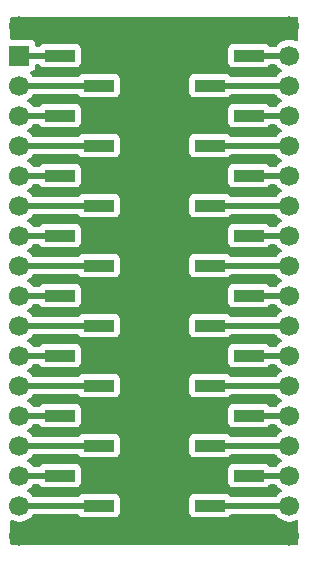
<source format=gbl>
G04 #@! TF.GenerationSoftware,KiCad,Pcbnew,9.0.6*
G04 #@! TF.CreationDate,2026-01-02T20:46:07-06:00*
G04 #@! TF.ProjectId,QFN-32_5x5_P0.5,51464e2d-3332-45f3-9578-355f50302e35,rev?*
G04 #@! TF.SameCoordinates,Original*
G04 #@! TF.FileFunction,Copper,L2,Bot*
G04 #@! TF.FilePolarity,Positive*
%FSLAX46Y46*%
G04 Gerber Fmt 4.6, Leading zero omitted, Abs format (unit mm)*
G04 Created by KiCad (PCBNEW 9.0.6) date 2026-01-02 20:46:07*
%MOMM*%
%LPD*%
G01*
G04 APERTURE LIST*
G04 Aperture macros list*
%AMRotRect*
0 Rectangle, with rotation*
0 The origin of the aperture is its center*
0 $1 length*
0 $2 width*
0 $3 Rotation angle, in degrees counterclockwise*
0 Add horizontal line*
21,1,$1,$2,0,0,$3*%
G04 Aperture macros list end*
G04 #@! TA.AperFunction,HeatsinkPad*
%ADD10C,0.500000*%
G04 #@! TD*
G04 #@! TA.AperFunction,HeatsinkPad*
%ADD11RotRect,2.500000X2.500000X315.000000*%
G04 #@! TD*
G04 #@! TA.AperFunction,ComponentPad*
%ADD12C,1.700000*%
G04 #@! TD*
G04 #@! TA.AperFunction,ComponentPad*
%ADD13R,1.700000X1.700000*%
G04 #@! TD*
G04 #@! TA.AperFunction,SMDPad,CuDef*
%ADD14R,2.510000X1.000000*%
G04 #@! TD*
G04 #@! TA.AperFunction,ViaPad*
%ADD15C,0.600000*%
G04 #@! TD*
G04 #@! TA.AperFunction,Conductor*
%ADD16C,0.500000*%
G04 #@! TD*
G04 APERTURE END LIST*
D10*
X138430000Y-119235786D03*
X137722893Y-119942893D03*
X137015786Y-120650000D03*
X139137107Y-119942893D03*
X138430000Y-120650000D03*
D11*
X138430000Y-120650000D03*
D10*
X137722893Y-121357107D03*
X139844214Y-120650000D03*
X139137107Y-121357107D03*
X138430000Y-122064214D03*
D12*
X127000000Y-99061642D03*
D13*
X127000000Y-101601642D03*
D12*
X127000000Y-104141642D03*
X127000000Y-106681642D03*
X127000000Y-109221642D03*
X127000000Y-111761642D03*
X127000000Y-114301642D03*
X127000000Y-116841642D03*
X127000000Y-119381642D03*
X127000000Y-121921642D03*
X127000000Y-124461642D03*
X127000000Y-127001642D03*
X127000000Y-129541642D03*
X127000000Y-132081642D03*
X127000000Y-134621642D03*
X127000000Y-137161642D03*
X127000000Y-139701642D03*
X127000000Y-142241642D03*
X149860000Y-99061642D03*
X149860000Y-101601642D03*
X149860000Y-104141642D03*
X149860000Y-106681642D03*
X149860000Y-109221642D03*
X149860000Y-111761642D03*
X149860000Y-114301642D03*
X149860000Y-116841642D03*
X149860000Y-119381642D03*
X149860000Y-121921642D03*
X149860000Y-124461642D03*
X149860000Y-127001642D03*
X149860000Y-129541642D03*
X149860000Y-132081642D03*
X149860000Y-134621642D03*
X149860000Y-137161642D03*
X149860000Y-139701642D03*
X149860000Y-142241642D03*
D14*
X133735000Y-99056642D03*
X130425000Y-101596642D03*
X133735000Y-104136642D03*
X130425000Y-106676642D03*
X133735000Y-109216642D03*
X130425000Y-111756642D03*
X133735000Y-114296642D03*
X130425000Y-116836642D03*
X133735000Y-119376642D03*
X130425000Y-121916642D03*
X133735000Y-124456642D03*
X130425000Y-126996642D03*
X133735000Y-129536642D03*
X130425000Y-132076642D03*
X133735000Y-134616642D03*
X130425000Y-137156642D03*
X133735000Y-139696642D03*
X130425000Y-142236642D03*
X143125000Y-99056642D03*
X146435000Y-101596642D03*
X143125000Y-104136642D03*
X146435000Y-106676642D03*
X143125000Y-109216642D03*
X146435000Y-111756642D03*
X143125000Y-114296642D03*
X146435000Y-116836642D03*
X143125000Y-119376642D03*
X146435000Y-121916642D03*
X143125000Y-124456642D03*
X146435000Y-126996642D03*
X143125000Y-129536642D03*
X146435000Y-132076642D03*
X143125000Y-134616642D03*
X146435000Y-137156642D03*
X143125000Y-139696642D03*
X146435000Y-142236642D03*
D15*
X138430000Y-105029000D03*
X138430000Y-139065000D03*
X138430000Y-115951000D03*
X138430000Y-125349000D03*
D16*
X143125000Y-114296642D02*
X149855000Y-114296642D01*
X149855000Y-114296642D02*
X149860000Y-114301642D01*
X133730000Y-124461642D02*
X133735000Y-124456642D01*
X127000000Y-124461642D02*
X133730000Y-124461642D01*
X127005000Y-106676642D02*
X127000000Y-106681642D01*
X130425000Y-106676642D02*
X127005000Y-106676642D01*
X133730000Y-114301642D02*
X133735000Y-114296642D01*
X127000000Y-114301642D02*
X133730000Y-114301642D01*
X127000000Y-119381642D02*
X133730000Y-119381642D01*
X133730000Y-119381642D02*
X133735000Y-119376642D01*
X127005000Y-101596642D02*
X127000000Y-101601642D01*
X130425000Y-101596642D02*
X127005000Y-101596642D01*
X143125000Y-104136642D02*
X149855000Y-104136642D01*
X149855000Y-104136642D02*
X149860000Y-104141642D01*
X130425000Y-116836642D02*
X127005000Y-116836642D01*
X127005000Y-116836642D02*
X127000000Y-116841642D01*
X149860000Y-111761642D02*
X146440000Y-111761642D01*
X146440000Y-111761642D02*
X146435000Y-111756642D01*
X127000000Y-104141642D02*
X133730000Y-104141642D01*
X133730000Y-104141642D02*
X133735000Y-104136642D01*
X149860000Y-101601642D02*
X146440000Y-101601642D01*
X146440000Y-101601642D02*
X146435000Y-101596642D01*
X146440000Y-121921642D02*
X146435000Y-121916642D01*
X149860000Y-121921642D02*
X146440000Y-121921642D01*
X143125000Y-124456642D02*
X149855000Y-124456642D01*
X149855000Y-124456642D02*
X149860000Y-124461642D01*
X143125000Y-134616642D02*
X149855000Y-134616642D01*
X149855000Y-134616642D02*
X149860000Y-134621642D01*
X149860000Y-132081642D02*
X146440000Y-132081642D01*
X146440000Y-132081642D02*
X146435000Y-132076642D01*
X146440000Y-137161642D02*
X146435000Y-137156642D01*
X149860000Y-137161642D02*
X146440000Y-137161642D01*
X127005000Y-121916642D02*
X127000000Y-121921642D01*
X130425000Y-121916642D02*
X127005000Y-121916642D01*
X133730000Y-134621642D02*
X133735000Y-134616642D01*
X127000000Y-134621642D02*
X133730000Y-134621642D01*
X146440000Y-116841642D02*
X146435000Y-116836642D01*
X149860000Y-116841642D02*
X146440000Y-116841642D01*
X143125000Y-129536642D02*
X149855000Y-129536642D01*
X149855000Y-129536642D02*
X149860000Y-129541642D01*
X133730000Y-139701642D02*
X133735000Y-139696642D01*
X127000000Y-139701642D02*
X133730000Y-139701642D01*
X149855000Y-109216642D02*
X149860000Y-109221642D01*
X143125000Y-109216642D02*
X149855000Y-109216642D01*
X127005000Y-137156642D02*
X127000000Y-137161642D01*
X130425000Y-137156642D02*
X127005000Y-137156642D01*
X143125000Y-119376642D02*
X149855000Y-119376642D01*
X149855000Y-119376642D02*
X149860000Y-119381642D01*
X149860000Y-106681642D02*
X146440000Y-106681642D01*
X146440000Y-106681642D02*
X146435000Y-106676642D01*
X149860000Y-142241642D02*
X127000000Y-142241642D01*
X127000000Y-99061642D02*
X149860000Y-99061642D01*
X143125000Y-139696642D02*
X149855000Y-139696642D01*
X149855000Y-139696642D02*
X149860000Y-139701642D01*
X130425000Y-111756642D02*
X127005000Y-111756642D01*
X127005000Y-111756642D02*
X127000000Y-111761642D01*
X133730000Y-109221642D02*
X133735000Y-109216642D01*
X127000000Y-109221642D02*
X133730000Y-109221642D01*
X127005000Y-132076642D02*
X127000000Y-132081642D01*
X130425000Y-132076642D02*
X127005000Y-132076642D01*
X127000000Y-129541642D02*
X133730000Y-129541642D01*
X133730000Y-129541642D02*
X133735000Y-129536642D01*
X127005000Y-126996642D02*
X127000000Y-127001642D01*
X130425000Y-126996642D02*
X127005000Y-126996642D01*
X149860000Y-127001642D02*
X146440000Y-127001642D01*
X146440000Y-127001642D02*
X146435000Y-126996642D01*
G04 #@! TA.AperFunction,Conductor*
G36*
X150572539Y-98310185D02*
G01*
X150618294Y-98362989D01*
X150629500Y-98414500D01*
X150629500Y-100275670D01*
X150609815Y-100342709D01*
X150557011Y-100388464D01*
X150487853Y-100398408D01*
X150449206Y-100386155D01*
X150378417Y-100350087D01*
X150378414Y-100350086D01*
X150378412Y-100350085D01*
X150176243Y-100284396D01*
X150176241Y-100284395D01*
X150176240Y-100284395D01*
X150014957Y-100258850D01*
X149966287Y-100251142D01*
X149753713Y-100251142D01*
X149705042Y-100258850D01*
X149543760Y-100284395D01*
X149341585Y-100350086D01*
X149152179Y-100446593D01*
X148980213Y-100571532D01*
X148829892Y-100721853D01*
X148773097Y-100800027D01*
X148717767Y-100842693D01*
X148672779Y-100851142D01*
X148193494Y-100851142D01*
X148126455Y-100831457D01*
X148094228Y-100801453D01*
X148047551Y-100739102D01*
X148047548Y-100739099D01*
X148047546Y-100739096D01*
X148047542Y-100739093D01*
X147932335Y-100652848D01*
X147932328Y-100652844D01*
X147797482Y-100602550D01*
X147797483Y-100602550D01*
X147737883Y-100596143D01*
X147737881Y-100596142D01*
X147737873Y-100596142D01*
X147737864Y-100596142D01*
X145132129Y-100596142D01*
X145132123Y-100596143D01*
X145072516Y-100602550D01*
X144937671Y-100652844D01*
X144937664Y-100652848D01*
X144822455Y-100739094D01*
X144822452Y-100739097D01*
X144736206Y-100854306D01*
X144736202Y-100854313D01*
X144685908Y-100989159D01*
X144679501Y-101048758D01*
X144679501Y-101048765D01*
X144679500Y-101048777D01*
X144679500Y-102144512D01*
X144679501Y-102144518D01*
X144685908Y-102204125D01*
X144736202Y-102338970D01*
X144736206Y-102338977D01*
X144822452Y-102454186D01*
X144822455Y-102454189D01*
X144937664Y-102540435D01*
X144937671Y-102540439D01*
X145072517Y-102590733D01*
X145072516Y-102590733D01*
X145079444Y-102591477D01*
X145132127Y-102597142D01*
X147737872Y-102597141D01*
X147797483Y-102590733D01*
X147932331Y-102540438D01*
X148047546Y-102454188D01*
X148086740Y-102401832D01*
X148142674Y-102359960D01*
X148186007Y-102352142D01*
X148672779Y-102352142D01*
X148739818Y-102371827D01*
X148773097Y-102403257D01*
X148829892Y-102481430D01*
X148980213Y-102631751D01*
X149152182Y-102756692D01*
X149160946Y-102761158D01*
X149211742Y-102809133D01*
X149228536Y-102876954D01*
X149205998Y-102943089D01*
X149160946Y-102982126D01*
X149152182Y-102986591D01*
X148980213Y-103111532D01*
X148829892Y-103261853D01*
X148776731Y-103335026D01*
X148721401Y-103377693D01*
X148676412Y-103386142D01*
X144879751Y-103386142D01*
X144812712Y-103366457D01*
X144780485Y-103336454D01*
X144737548Y-103279099D01*
X144737546Y-103279096D01*
X144737542Y-103279093D01*
X144622335Y-103192848D01*
X144622328Y-103192844D01*
X144487482Y-103142550D01*
X144487483Y-103142550D01*
X144427883Y-103136143D01*
X144427881Y-103136142D01*
X144427873Y-103136142D01*
X144427864Y-103136142D01*
X141822129Y-103136142D01*
X141822123Y-103136143D01*
X141762516Y-103142550D01*
X141627671Y-103192844D01*
X141627664Y-103192848D01*
X141512455Y-103279094D01*
X141512452Y-103279097D01*
X141426206Y-103394306D01*
X141426202Y-103394313D01*
X141375908Y-103529159D01*
X141369501Y-103588758D01*
X141369501Y-103588765D01*
X141369500Y-103588777D01*
X141369500Y-104684512D01*
X141369501Y-104684518D01*
X141375908Y-104744125D01*
X141426202Y-104878970D01*
X141426206Y-104878977D01*
X141512452Y-104994186D01*
X141512455Y-104994189D01*
X141627664Y-105080435D01*
X141627671Y-105080439D01*
X141762517Y-105130733D01*
X141762516Y-105130733D01*
X141769444Y-105131477D01*
X141822127Y-105137142D01*
X144427872Y-105137141D01*
X144487483Y-105130733D01*
X144622331Y-105080438D01*
X144737546Y-104994188D01*
X144764227Y-104958545D01*
X144780485Y-104936830D01*
X144836419Y-104894960D01*
X144879751Y-104887142D01*
X148669147Y-104887142D01*
X148736186Y-104906827D01*
X148769464Y-104938256D01*
X148773098Y-104943257D01*
X148829892Y-105021430D01*
X148980213Y-105171751D01*
X149152182Y-105296692D01*
X149160946Y-105301158D01*
X149211742Y-105349133D01*
X149228536Y-105416954D01*
X149205998Y-105483089D01*
X149160946Y-105522126D01*
X149152182Y-105526591D01*
X148980213Y-105651532D01*
X148829892Y-105801853D01*
X148773097Y-105880027D01*
X148717767Y-105922693D01*
X148672779Y-105931142D01*
X148193494Y-105931142D01*
X148126455Y-105911457D01*
X148094228Y-105881453D01*
X148047551Y-105819102D01*
X148047548Y-105819099D01*
X148047546Y-105819096D01*
X148047542Y-105819093D01*
X147932335Y-105732848D01*
X147932328Y-105732844D01*
X147797482Y-105682550D01*
X147797483Y-105682550D01*
X147737883Y-105676143D01*
X147737881Y-105676142D01*
X147737873Y-105676142D01*
X147737864Y-105676142D01*
X145132129Y-105676142D01*
X145132123Y-105676143D01*
X145072516Y-105682550D01*
X144937671Y-105732844D01*
X144937664Y-105732848D01*
X144822455Y-105819094D01*
X144822452Y-105819097D01*
X144736206Y-105934306D01*
X144736202Y-105934313D01*
X144685908Y-106069159D01*
X144679501Y-106128758D01*
X144679501Y-106128765D01*
X144679500Y-106128777D01*
X144679500Y-107224512D01*
X144679501Y-107224518D01*
X144685908Y-107284125D01*
X144736202Y-107418970D01*
X144736206Y-107418977D01*
X144822452Y-107534186D01*
X144822455Y-107534189D01*
X144937664Y-107620435D01*
X144937671Y-107620439D01*
X145072517Y-107670733D01*
X145072516Y-107670733D01*
X145079444Y-107671477D01*
X145132127Y-107677142D01*
X147737872Y-107677141D01*
X147797483Y-107670733D01*
X147932331Y-107620438D01*
X148047546Y-107534188D01*
X148086740Y-107481832D01*
X148142674Y-107439960D01*
X148186007Y-107432142D01*
X148672779Y-107432142D01*
X148739818Y-107451827D01*
X148773097Y-107483257D01*
X148829892Y-107561430D01*
X148980213Y-107711751D01*
X149152182Y-107836692D01*
X149160946Y-107841158D01*
X149211742Y-107889133D01*
X149228536Y-107956954D01*
X149205998Y-108023089D01*
X149160946Y-108062126D01*
X149152182Y-108066591D01*
X148980213Y-108191532D01*
X148829892Y-108341853D01*
X148776731Y-108415026D01*
X148721401Y-108457693D01*
X148676412Y-108466142D01*
X144879751Y-108466142D01*
X144812712Y-108446457D01*
X144780485Y-108416454D01*
X144737548Y-108359099D01*
X144737546Y-108359096D01*
X144737542Y-108359093D01*
X144622335Y-108272848D01*
X144622328Y-108272844D01*
X144487482Y-108222550D01*
X144487483Y-108222550D01*
X144427883Y-108216143D01*
X144427881Y-108216142D01*
X144427873Y-108216142D01*
X144427864Y-108216142D01*
X141822129Y-108216142D01*
X141822123Y-108216143D01*
X141762516Y-108222550D01*
X141627671Y-108272844D01*
X141627664Y-108272848D01*
X141512455Y-108359094D01*
X141512452Y-108359097D01*
X141426206Y-108474306D01*
X141426202Y-108474313D01*
X141375908Y-108609159D01*
X141369501Y-108668758D01*
X141369501Y-108668765D01*
X141369500Y-108668777D01*
X141369500Y-109764512D01*
X141369501Y-109764518D01*
X141375908Y-109824125D01*
X141426202Y-109958970D01*
X141426206Y-109958977D01*
X141512452Y-110074186D01*
X141512455Y-110074189D01*
X141627664Y-110160435D01*
X141627671Y-110160439D01*
X141762517Y-110210733D01*
X141762516Y-110210733D01*
X141769444Y-110211477D01*
X141822127Y-110217142D01*
X144427872Y-110217141D01*
X144487483Y-110210733D01*
X144622331Y-110160438D01*
X144737546Y-110074188D01*
X144764227Y-110038545D01*
X144780485Y-110016830D01*
X144836419Y-109974960D01*
X144879751Y-109967142D01*
X148669147Y-109967142D01*
X148736186Y-109986827D01*
X148769464Y-110018256D01*
X148773098Y-110023257D01*
X148829892Y-110101430D01*
X148980213Y-110251751D01*
X149152182Y-110376692D01*
X149160946Y-110381158D01*
X149211742Y-110429133D01*
X149228536Y-110496954D01*
X149205998Y-110563089D01*
X149160946Y-110602126D01*
X149152182Y-110606591D01*
X148980213Y-110731532D01*
X148829892Y-110881853D01*
X148773097Y-110960027D01*
X148717767Y-111002693D01*
X148672779Y-111011142D01*
X148193494Y-111011142D01*
X148126455Y-110991457D01*
X148094228Y-110961453D01*
X148047551Y-110899102D01*
X148047548Y-110899099D01*
X148047546Y-110899096D01*
X148047542Y-110899093D01*
X147932335Y-110812848D01*
X147932328Y-110812844D01*
X147797482Y-110762550D01*
X147797483Y-110762550D01*
X147737883Y-110756143D01*
X147737881Y-110756142D01*
X147737873Y-110756142D01*
X147737864Y-110756142D01*
X145132129Y-110756142D01*
X145132123Y-110756143D01*
X145072516Y-110762550D01*
X144937671Y-110812844D01*
X144937664Y-110812848D01*
X144822455Y-110899094D01*
X144822452Y-110899097D01*
X144736206Y-111014306D01*
X144736202Y-111014313D01*
X144685908Y-111149159D01*
X144679501Y-111208758D01*
X144679501Y-111208765D01*
X144679500Y-111208777D01*
X144679500Y-112304512D01*
X144679501Y-112304518D01*
X144685908Y-112364125D01*
X144736202Y-112498970D01*
X144736206Y-112498977D01*
X144822452Y-112614186D01*
X144822455Y-112614189D01*
X144937664Y-112700435D01*
X144937671Y-112700439D01*
X145072517Y-112750733D01*
X145072516Y-112750733D01*
X145079444Y-112751477D01*
X145132127Y-112757142D01*
X147737872Y-112757141D01*
X147797483Y-112750733D01*
X147932331Y-112700438D01*
X148047546Y-112614188D01*
X148086740Y-112561832D01*
X148142674Y-112519960D01*
X148186007Y-112512142D01*
X148672779Y-112512142D01*
X148739818Y-112531827D01*
X148773097Y-112563257D01*
X148829892Y-112641430D01*
X148980213Y-112791751D01*
X149152182Y-112916692D01*
X149160946Y-112921158D01*
X149211742Y-112969133D01*
X149228536Y-113036954D01*
X149205998Y-113103089D01*
X149160946Y-113142126D01*
X149152182Y-113146591D01*
X148980213Y-113271532D01*
X148829892Y-113421853D01*
X148776731Y-113495026D01*
X148721401Y-113537693D01*
X148676412Y-113546142D01*
X144879751Y-113546142D01*
X144812712Y-113526457D01*
X144780485Y-113496454D01*
X144737548Y-113439099D01*
X144737546Y-113439096D01*
X144737542Y-113439093D01*
X144622335Y-113352848D01*
X144622328Y-113352844D01*
X144487482Y-113302550D01*
X144487483Y-113302550D01*
X144427883Y-113296143D01*
X144427881Y-113296142D01*
X144427873Y-113296142D01*
X144427864Y-113296142D01*
X141822129Y-113296142D01*
X141822123Y-113296143D01*
X141762516Y-113302550D01*
X141627671Y-113352844D01*
X141627664Y-113352848D01*
X141512455Y-113439094D01*
X141512452Y-113439097D01*
X141426206Y-113554306D01*
X141426202Y-113554313D01*
X141375908Y-113689159D01*
X141369501Y-113748758D01*
X141369501Y-113748765D01*
X141369500Y-113748777D01*
X141369500Y-114844512D01*
X141369501Y-114844518D01*
X141375908Y-114904125D01*
X141426202Y-115038970D01*
X141426206Y-115038977D01*
X141512452Y-115154186D01*
X141512455Y-115154189D01*
X141627664Y-115240435D01*
X141627671Y-115240439D01*
X141762517Y-115290733D01*
X141762516Y-115290733D01*
X141769444Y-115291477D01*
X141822127Y-115297142D01*
X144427872Y-115297141D01*
X144487483Y-115290733D01*
X144622331Y-115240438D01*
X144737546Y-115154188D01*
X144764227Y-115118545D01*
X144780485Y-115096830D01*
X144836419Y-115054960D01*
X144879751Y-115047142D01*
X148669147Y-115047142D01*
X148736186Y-115066827D01*
X148769464Y-115098256D01*
X148773098Y-115103257D01*
X148829892Y-115181430D01*
X148980213Y-115331751D01*
X149152182Y-115456692D01*
X149160946Y-115461158D01*
X149211742Y-115509133D01*
X149228536Y-115576954D01*
X149205998Y-115643089D01*
X149160946Y-115682126D01*
X149152182Y-115686591D01*
X148980213Y-115811532D01*
X148829892Y-115961853D01*
X148773097Y-116040027D01*
X148717767Y-116082693D01*
X148672779Y-116091142D01*
X148193494Y-116091142D01*
X148126455Y-116071457D01*
X148094228Y-116041453D01*
X148047551Y-115979102D01*
X148047548Y-115979099D01*
X148047546Y-115979096D01*
X148047542Y-115979093D01*
X147932335Y-115892848D01*
X147932328Y-115892844D01*
X147797482Y-115842550D01*
X147797483Y-115842550D01*
X147737883Y-115836143D01*
X147737881Y-115836142D01*
X147737873Y-115836142D01*
X147737864Y-115836142D01*
X145132129Y-115836142D01*
X145132123Y-115836143D01*
X145072516Y-115842550D01*
X144937671Y-115892844D01*
X144937664Y-115892848D01*
X144822455Y-115979094D01*
X144822452Y-115979097D01*
X144736206Y-116094306D01*
X144736202Y-116094313D01*
X144685908Y-116229159D01*
X144679501Y-116288758D01*
X144679501Y-116288765D01*
X144679500Y-116288777D01*
X144679500Y-117384512D01*
X144679501Y-117384518D01*
X144685908Y-117444125D01*
X144736202Y-117578970D01*
X144736206Y-117578977D01*
X144822452Y-117694186D01*
X144822455Y-117694189D01*
X144937664Y-117780435D01*
X144937671Y-117780439D01*
X145072517Y-117830733D01*
X145072516Y-117830733D01*
X145079444Y-117831477D01*
X145132127Y-117837142D01*
X147737872Y-117837141D01*
X147797483Y-117830733D01*
X147932331Y-117780438D01*
X148047546Y-117694188D01*
X148086740Y-117641832D01*
X148142674Y-117599960D01*
X148186007Y-117592142D01*
X148672779Y-117592142D01*
X148739818Y-117611827D01*
X148773097Y-117643257D01*
X148829892Y-117721430D01*
X148980213Y-117871751D01*
X149152182Y-117996692D01*
X149160946Y-118001158D01*
X149211742Y-118049133D01*
X149228536Y-118116954D01*
X149205998Y-118183089D01*
X149160946Y-118222126D01*
X149152182Y-118226591D01*
X148980213Y-118351532D01*
X148829892Y-118501853D01*
X148776731Y-118575026D01*
X148721401Y-118617693D01*
X148676412Y-118626142D01*
X144879751Y-118626142D01*
X144812712Y-118606457D01*
X144780485Y-118576454D01*
X144737548Y-118519099D01*
X144737546Y-118519096D01*
X144737542Y-118519093D01*
X144622335Y-118432848D01*
X144622328Y-118432844D01*
X144487482Y-118382550D01*
X144487483Y-118382550D01*
X144427883Y-118376143D01*
X144427881Y-118376142D01*
X144427873Y-118376142D01*
X144427864Y-118376142D01*
X141822129Y-118376142D01*
X141822123Y-118376143D01*
X141762516Y-118382550D01*
X141627671Y-118432844D01*
X141627664Y-118432848D01*
X141512455Y-118519094D01*
X141512452Y-118519097D01*
X141426206Y-118634306D01*
X141426202Y-118634313D01*
X141375908Y-118769159D01*
X141369501Y-118828758D01*
X141369501Y-118828765D01*
X141369500Y-118828777D01*
X141369500Y-119924512D01*
X141369501Y-119924518D01*
X141375908Y-119984125D01*
X141426202Y-120118970D01*
X141426206Y-120118977D01*
X141512452Y-120234186D01*
X141512455Y-120234189D01*
X141627664Y-120320435D01*
X141627671Y-120320439D01*
X141762517Y-120370733D01*
X141762516Y-120370733D01*
X141769444Y-120371477D01*
X141822127Y-120377142D01*
X144427872Y-120377141D01*
X144487483Y-120370733D01*
X144622331Y-120320438D01*
X144737546Y-120234188D01*
X144764227Y-120198545D01*
X144780485Y-120176830D01*
X144836419Y-120134960D01*
X144879751Y-120127142D01*
X148669147Y-120127142D01*
X148736186Y-120146827D01*
X148769464Y-120178256D01*
X148773098Y-120183257D01*
X148829892Y-120261430D01*
X148980213Y-120411751D01*
X149152182Y-120536692D01*
X149160946Y-120541158D01*
X149211742Y-120589133D01*
X149228536Y-120656954D01*
X149205998Y-120723089D01*
X149160946Y-120762126D01*
X149152182Y-120766591D01*
X148980213Y-120891532D01*
X148829892Y-121041853D01*
X148773097Y-121120027D01*
X148717767Y-121162693D01*
X148672779Y-121171142D01*
X148193494Y-121171142D01*
X148126455Y-121151457D01*
X148094228Y-121121453D01*
X148047551Y-121059102D01*
X148047548Y-121059099D01*
X148047546Y-121059096D01*
X148047542Y-121059093D01*
X147932335Y-120972848D01*
X147932328Y-120972844D01*
X147797482Y-120922550D01*
X147797483Y-120922550D01*
X147737883Y-120916143D01*
X147737881Y-120916142D01*
X147737873Y-120916142D01*
X147737864Y-120916142D01*
X145132129Y-120916142D01*
X145132123Y-120916143D01*
X145072516Y-120922550D01*
X144937671Y-120972844D01*
X144937664Y-120972848D01*
X144822455Y-121059094D01*
X144822452Y-121059097D01*
X144736206Y-121174306D01*
X144736202Y-121174313D01*
X144685908Y-121309159D01*
X144679501Y-121368758D01*
X144679501Y-121368765D01*
X144679500Y-121368777D01*
X144679500Y-122464512D01*
X144679501Y-122464518D01*
X144685908Y-122524125D01*
X144736202Y-122658970D01*
X144736206Y-122658977D01*
X144822452Y-122774186D01*
X144822455Y-122774189D01*
X144937664Y-122860435D01*
X144937671Y-122860439D01*
X145072517Y-122910733D01*
X145072516Y-122910733D01*
X145079444Y-122911477D01*
X145132127Y-122917142D01*
X147737872Y-122917141D01*
X147797483Y-122910733D01*
X147932331Y-122860438D01*
X148047546Y-122774188D01*
X148086740Y-122721832D01*
X148142674Y-122679960D01*
X148186007Y-122672142D01*
X148672779Y-122672142D01*
X148739818Y-122691827D01*
X148773097Y-122723257D01*
X148829892Y-122801430D01*
X148980213Y-122951751D01*
X149152182Y-123076692D01*
X149160946Y-123081158D01*
X149211742Y-123129133D01*
X149228536Y-123196954D01*
X149205998Y-123263089D01*
X149160946Y-123302126D01*
X149152182Y-123306591D01*
X148980213Y-123431532D01*
X148829892Y-123581853D01*
X148776731Y-123655026D01*
X148721401Y-123697693D01*
X148676412Y-123706142D01*
X144879751Y-123706142D01*
X144812712Y-123686457D01*
X144780485Y-123656454D01*
X144737548Y-123599099D01*
X144737546Y-123599096D01*
X144737542Y-123599093D01*
X144622335Y-123512848D01*
X144622328Y-123512844D01*
X144487482Y-123462550D01*
X144487483Y-123462550D01*
X144427883Y-123456143D01*
X144427881Y-123456142D01*
X144427873Y-123456142D01*
X144427864Y-123456142D01*
X141822129Y-123456142D01*
X141822123Y-123456143D01*
X141762516Y-123462550D01*
X141627671Y-123512844D01*
X141627664Y-123512848D01*
X141512455Y-123599094D01*
X141512452Y-123599097D01*
X141426206Y-123714306D01*
X141426202Y-123714313D01*
X141375908Y-123849159D01*
X141369501Y-123908758D01*
X141369501Y-123908765D01*
X141369500Y-123908777D01*
X141369500Y-125004512D01*
X141369501Y-125004518D01*
X141375908Y-125064125D01*
X141426202Y-125198970D01*
X141426206Y-125198977D01*
X141512452Y-125314186D01*
X141512455Y-125314189D01*
X141627664Y-125400435D01*
X141627671Y-125400439D01*
X141762517Y-125450733D01*
X141762516Y-125450733D01*
X141769444Y-125451477D01*
X141822127Y-125457142D01*
X144427872Y-125457141D01*
X144487483Y-125450733D01*
X144622331Y-125400438D01*
X144737546Y-125314188D01*
X144764227Y-125278545D01*
X144780485Y-125256830D01*
X144836419Y-125214960D01*
X144879751Y-125207142D01*
X148669147Y-125207142D01*
X148736186Y-125226827D01*
X148769464Y-125258256D01*
X148773098Y-125263257D01*
X148829892Y-125341430D01*
X148980213Y-125491751D01*
X149152182Y-125616692D01*
X149160946Y-125621158D01*
X149211742Y-125669133D01*
X149228536Y-125736954D01*
X149205998Y-125803089D01*
X149160946Y-125842126D01*
X149152182Y-125846591D01*
X148980213Y-125971532D01*
X148829892Y-126121853D01*
X148773097Y-126200027D01*
X148717767Y-126242693D01*
X148672779Y-126251142D01*
X148193494Y-126251142D01*
X148126455Y-126231457D01*
X148094228Y-126201453D01*
X148047551Y-126139102D01*
X148047548Y-126139099D01*
X148047546Y-126139096D01*
X148047542Y-126139093D01*
X147932335Y-126052848D01*
X147932328Y-126052844D01*
X147797482Y-126002550D01*
X147797483Y-126002550D01*
X147737883Y-125996143D01*
X147737881Y-125996142D01*
X147737873Y-125996142D01*
X147737864Y-125996142D01*
X145132129Y-125996142D01*
X145132123Y-125996143D01*
X145072516Y-126002550D01*
X144937671Y-126052844D01*
X144937664Y-126052848D01*
X144822455Y-126139094D01*
X144822452Y-126139097D01*
X144736206Y-126254306D01*
X144736202Y-126254313D01*
X144685908Y-126389159D01*
X144679501Y-126448758D01*
X144679501Y-126448765D01*
X144679500Y-126448777D01*
X144679500Y-127544512D01*
X144679501Y-127544518D01*
X144685908Y-127604125D01*
X144736202Y-127738970D01*
X144736206Y-127738977D01*
X144822452Y-127854186D01*
X144822455Y-127854189D01*
X144937664Y-127940435D01*
X144937671Y-127940439D01*
X145072517Y-127990733D01*
X145072516Y-127990733D01*
X145079444Y-127991477D01*
X145132127Y-127997142D01*
X147737872Y-127997141D01*
X147797483Y-127990733D01*
X147932331Y-127940438D01*
X148047546Y-127854188D01*
X148086740Y-127801832D01*
X148142674Y-127759960D01*
X148186007Y-127752142D01*
X148672779Y-127752142D01*
X148739818Y-127771827D01*
X148773097Y-127803257D01*
X148829892Y-127881430D01*
X148980213Y-128031751D01*
X149152182Y-128156692D01*
X149160946Y-128161158D01*
X149211742Y-128209133D01*
X149228536Y-128276954D01*
X149205998Y-128343089D01*
X149160946Y-128382126D01*
X149152182Y-128386591D01*
X148980213Y-128511532D01*
X148829892Y-128661853D01*
X148776731Y-128735026D01*
X148721401Y-128777693D01*
X148676412Y-128786142D01*
X144879751Y-128786142D01*
X144812712Y-128766457D01*
X144780485Y-128736454D01*
X144737548Y-128679099D01*
X144737546Y-128679096D01*
X144737542Y-128679093D01*
X144622335Y-128592848D01*
X144622328Y-128592844D01*
X144487482Y-128542550D01*
X144487483Y-128542550D01*
X144427883Y-128536143D01*
X144427881Y-128536142D01*
X144427873Y-128536142D01*
X144427864Y-128536142D01*
X141822129Y-128536142D01*
X141822123Y-128536143D01*
X141762516Y-128542550D01*
X141627671Y-128592844D01*
X141627664Y-128592848D01*
X141512455Y-128679094D01*
X141512452Y-128679097D01*
X141426206Y-128794306D01*
X141426202Y-128794313D01*
X141375908Y-128929159D01*
X141369501Y-128988758D01*
X141369501Y-128988765D01*
X141369500Y-128988777D01*
X141369500Y-130084512D01*
X141369501Y-130084518D01*
X141375908Y-130144125D01*
X141426202Y-130278970D01*
X141426206Y-130278977D01*
X141512452Y-130394186D01*
X141512455Y-130394189D01*
X141627664Y-130480435D01*
X141627671Y-130480439D01*
X141762517Y-130530733D01*
X141762516Y-130530733D01*
X141769444Y-130531477D01*
X141822127Y-130537142D01*
X144427872Y-130537141D01*
X144487483Y-130530733D01*
X144622331Y-130480438D01*
X144737546Y-130394188D01*
X144764227Y-130358545D01*
X144780485Y-130336830D01*
X144836419Y-130294960D01*
X144879751Y-130287142D01*
X148669147Y-130287142D01*
X148736186Y-130306827D01*
X148769464Y-130338256D01*
X148773098Y-130343257D01*
X148829892Y-130421430D01*
X148980213Y-130571751D01*
X149152182Y-130696692D01*
X149160946Y-130701158D01*
X149211742Y-130749133D01*
X149228536Y-130816954D01*
X149205998Y-130883089D01*
X149160946Y-130922126D01*
X149152182Y-130926591D01*
X148980213Y-131051532D01*
X148829892Y-131201853D01*
X148773097Y-131280027D01*
X148717767Y-131322693D01*
X148672779Y-131331142D01*
X148193494Y-131331142D01*
X148126455Y-131311457D01*
X148094228Y-131281453D01*
X148047551Y-131219102D01*
X148047548Y-131219099D01*
X148047546Y-131219096D01*
X148047542Y-131219093D01*
X147932335Y-131132848D01*
X147932328Y-131132844D01*
X147797482Y-131082550D01*
X147797483Y-131082550D01*
X147737883Y-131076143D01*
X147737881Y-131076142D01*
X147737873Y-131076142D01*
X147737864Y-131076142D01*
X145132129Y-131076142D01*
X145132123Y-131076143D01*
X145072516Y-131082550D01*
X144937671Y-131132844D01*
X144937664Y-131132848D01*
X144822455Y-131219094D01*
X144822452Y-131219097D01*
X144736206Y-131334306D01*
X144736202Y-131334313D01*
X144685908Y-131469159D01*
X144679501Y-131528758D01*
X144679501Y-131528765D01*
X144679500Y-131528777D01*
X144679500Y-132624512D01*
X144679501Y-132624518D01*
X144685908Y-132684125D01*
X144736202Y-132818970D01*
X144736206Y-132818977D01*
X144822452Y-132934186D01*
X144822455Y-132934189D01*
X144937664Y-133020435D01*
X144937671Y-133020439D01*
X145072517Y-133070733D01*
X145072516Y-133070733D01*
X145079444Y-133071477D01*
X145132127Y-133077142D01*
X147737872Y-133077141D01*
X147797483Y-133070733D01*
X147932331Y-133020438D01*
X148047546Y-132934188D01*
X148086740Y-132881832D01*
X148142674Y-132839960D01*
X148186007Y-132832142D01*
X148672779Y-132832142D01*
X148739818Y-132851827D01*
X148773097Y-132883257D01*
X148829892Y-132961430D01*
X148980213Y-133111751D01*
X149152182Y-133236692D01*
X149160946Y-133241158D01*
X149211742Y-133289133D01*
X149228536Y-133356954D01*
X149205998Y-133423089D01*
X149160946Y-133462126D01*
X149152182Y-133466591D01*
X148980213Y-133591532D01*
X148829892Y-133741853D01*
X148776731Y-133815026D01*
X148721401Y-133857693D01*
X148676412Y-133866142D01*
X144879751Y-133866142D01*
X144812712Y-133846457D01*
X144780485Y-133816454D01*
X144737548Y-133759099D01*
X144737546Y-133759096D01*
X144737542Y-133759093D01*
X144622335Y-133672848D01*
X144622328Y-133672844D01*
X144487482Y-133622550D01*
X144487483Y-133622550D01*
X144427883Y-133616143D01*
X144427881Y-133616142D01*
X144427873Y-133616142D01*
X144427864Y-133616142D01*
X141822129Y-133616142D01*
X141822123Y-133616143D01*
X141762516Y-133622550D01*
X141627671Y-133672844D01*
X141627664Y-133672848D01*
X141512455Y-133759094D01*
X141512452Y-133759097D01*
X141426206Y-133874306D01*
X141426202Y-133874313D01*
X141375908Y-134009159D01*
X141369501Y-134068758D01*
X141369501Y-134068765D01*
X141369500Y-134068777D01*
X141369500Y-135164512D01*
X141369501Y-135164518D01*
X141375908Y-135224125D01*
X141426202Y-135358970D01*
X141426206Y-135358977D01*
X141512452Y-135474186D01*
X141512455Y-135474189D01*
X141627664Y-135560435D01*
X141627671Y-135560439D01*
X141762517Y-135610733D01*
X141762516Y-135610733D01*
X141769444Y-135611477D01*
X141822127Y-135617142D01*
X144427872Y-135617141D01*
X144487483Y-135610733D01*
X144622331Y-135560438D01*
X144737546Y-135474188D01*
X144764227Y-135438545D01*
X144780485Y-135416830D01*
X144836419Y-135374960D01*
X144879751Y-135367142D01*
X148669147Y-135367142D01*
X148736186Y-135386827D01*
X148769464Y-135418256D01*
X148773098Y-135423257D01*
X148829892Y-135501430D01*
X148980213Y-135651751D01*
X149152182Y-135776692D01*
X149160946Y-135781158D01*
X149211742Y-135829133D01*
X149228536Y-135896954D01*
X149205998Y-135963089D01*
X149160946Y-136002126D01*
X149152182Y-136006591D01*
X148980213Y-136131532D01*
X148829892Y-136281853D01*
X148773097Y-136360027D01*
X148717767Y-136402693D01*
X148672779Y-136411142D01*
X148193494Y-136411142D01*
X148126455Y-136391457D01*
X148094228Y-136361453D01*
X148047551Y-136299102D01*
X148047548Y-136299099D01*
X148047546Y-136299096D01*
X148047542Y-136299093D01*
X147932335Y-136212848D01*
X147932328Y-136212844D01*
X147797482Y-136162550D01*
X147797483Y-136162550D01*
X147737883Y-136156143D01*
X147737881Y-136156142D01*
X147737873Y-136156142D01*
X147737864Y-136156142D01*
X145132129Y-136156142D01*
X145132123Y-136156143D01*
X145072516Y-136162550D01*
X144937671Y-136212844D01*
X144937664Y-136212848D01*
X144822455Y-136299094D01*
X144822452Y-136299097D01*
X144736206Y-136414306D01*
X144736202Y-136414313D01*
X144685908Y-136549159D01*
X144679501Y-136608758D01*
X144679501Y-136608765D01*
X144679500Y-136608777D01*
X144679500Y-137704512D01*
X144679501Y-137704518D01*
X144685908Y-137764125D01*
X144736202Y-137898970D01*
X144736206Y-137898977D01*
X144822452Y-138014186D01*
X144822455Y-138014189D01*
X144937664Y-138100435D01*
X144937671Y-138100439D01*
X145072517Y-138150733D01*
X145072516Y-138150733D01*
X145079444Y-138151477D01*
X145132127Y-138157142D01*
X147737872Y-138157141D01*
X147797483Y-138150733D01*
X147932331Y-138100438D01*
X148047546Y-138014188D01*
X148086740Y-137961832D01*
X148142674Y-137919960D01*
X148186007Y-137912142D01*
X148672779Y-137912142D01*
X148739818Y-137931827D01*
X148773097Y-137963257D01*
X148829892Y-138041430D01*
X148980213Y-138191751D01*
X149152182Y-138316692D01*
X149160946Y-138321158D01*
X149211742Y-138369133D01*
X149228536Y-138436954D01*
X149205998Y-138503089D01*
X149160946Y-138542126D01*
X149152182Y-138546591D01*
X148980213Y-138671532D01*
X148829892Y-138821853D01*
X148776731Y-138895026D01*
X148721401Y-138937693D01*
X148676412Y-138946142D01*
X144879751Y-138946142D01*
X144812712Y-138926457D01*
X144780485Y-138896454D01*
X144737548Y-138839099D01*
X144737546Y-138839096D01*
X144737542Y-138839093D01*
X144622335Y-138752848D01*
X144622328Y-138752844D01*
X144487482Y-138702550D01*
X144487483Y-138702550D01*
X144427883Y-138696143D01*
X144427881Y-138696142D01*
X144427873Y-138696142D01*
X144427864Y-138696142D01*
X141822129Y-138696142D01*
X141822123Y-138696143D01*
X141762516Y-138702550D01*
X141627671Y-138752844D01*
X141627664Y-138752848D01*
X141512455Y-138839094D01*
X141512452Y-138839097D01*
X141426206Y-138954306D01*
X141426202Y-138954313D01*
X141375908Y-139089159D01*
X141369501Y-139148758D01*
X141369501Y-139148765D01*
X141369500Y-139148777D01*
X141369500Y-140244512D01*
X141369501Y-140244518D01*
X141375908Y-140304125D01*
X141426202Y-140438970D01*
X141426206Y-140438977D01*
X141512452Y-140554186D01*
X141512455Y-140554189D01*
X141627664Y-140640435D01*
X141627671Y-140640439D01*
X141762517Y-140690733D01*
X141762516Y-140690733D01*
X141769444Y-140691477D01*
X141822127Y-140697142D01*
X144427872Y-140697141D01*
X144487483Y-140690733D01*
X144622331Y-140640438D01*
X144737546Y-140554188D01*
X144764227Y-140518545D01*
X144780485Y-140496830D01*
X144836419Y-140454960D01*
X144879751Y-140447142D01*
X148669147Y-140447142D01*
X148736186Y-140466827D01*
X148769464Y-140498256D01*
X148773098Y-140503257D01*
X148829892Y-140581430D01*
X148980213Y-140731751D01*
X149152179Y-140856690D01*
X149152181Y-140856691D01*
X149152184Y-140856693D01*
X149341588Y-140953199D01*
X149543757Y-141018888D01*
X149753713Y-141052142D01*
X149753714Y-141052142D01*
X149966286Y-141052142D01*
X149966287Y-141052142D01*
X150176243Y-141018888D01*
X150378412Y-140953199D01*
X150449205Y-140917127D01*
X150517874Y-140904232D01*
X150582614Y-140930508D01*
X150622872Y-140987614D01*
X150629500Y-141027613D01*
X150629500Y-142885500D01*
X150609815Y-142952539D01*
X150557011Y-142998294D01*
X150505500Y-143009500D01*
X126354500Y-143009500D01*
X126287461Y-142989815D01*
X126241706Y-142937011D01*
X126230500Y-142885500D01*
X126230500Y-141027613D01*
X126250185Y-140960574D01*
X126302989Y-140914819D01*
X126372147Y-140904875D01*
X126410793Y-140917127D01*
X126481588Y-140953199D01*
X126683757Y-141018888D01*
X126893713Y-141052142D01*
X126893714Y-141052142D01*
X127106286Y-141052142D01*
X127106287Y-141052142D01*
X127316243Y-141018888D01*
X127518412Y-140953199D01*
X127707816Y-140856693D01*
X127729789Y-140840728D01*
X127879786Y-140731751D01*
X127879788Y-140731748D01*
X127879792Y-140731746D01*
X128030104Y-140581434D01*
X128049898Y-140554190D01*
X128086903Y-140503257D01*
X128142233Y-140460591D01*
X128187221Y-140452142D01*
X131983993Y-140452142D01*
X132051032Y-140471827D01*
X132083260Y-140501832D01*
X132122449Y-140554183D01*
X132122452Y-140554186D01*
X132122454Y-140554188D01*
X132122457Y-140554190D01*
X132237664Y-140640435D01*
X132237671Y-140640439D01*
X132372517Y-140690733D01*
X132372516Y-140690733D01*
X132379444Y-140691477D01*
X132432127Y-140697142D01*
X135037872Y-140697141D01*
X135097483Y-140690733D01*
X135232331Y-140640438D01*
X135347546Y-140554188D01*
X135433796Y-140438973D01*
X135484091Y-140304125D01*
X135490500Y-140244515D01*
X135490499Y-139148770D01*
X135484091Y-139089159D01*
X135433796Y-138954311D01*
X135433795Y-138954310D01*
X135433793Y-138954306D01*
X135347547Y-138839097D01*
X135347544Y-138839094D01*
X135232335Y-138752848D01*
X135232328Y-138752844D01*
X135097482Y-138702550D01*
X135097483Y-138702550D01*
X135037883Y-138696143D01*
X135037881Y-138696142D01*
X135037873Y-138696142D01*
X135037864Y-138696142D01*
X132432129Y-138696142D01*
X132432123Y-138696143D01*
X132372516Y-138702550D01*
X132237671Y-138752844D01*
X132237664Y-138752848D01*
X132122457Y-138839093D01*
X132122448Y-138839102D01*
X132075772Y-138901453D01*
X132019838Y-138943324D01*
X131976506Y-138951142D01*
X128187221Y-138951142D01*
X128120182Y-138931457D01*
X128086903Y-138900027D01*
X128030107Y-138821853D01*
X127879786Y-138671532D01*
X127707820Y-138546593D01*
X127707115Y-138546233D01*
X127699054Y-138542127D01*
X127648259Y-138494154D01*
X127631463Y-138426334D01*
X127653999Y-138360198D01*
X127699054Y-138321157D01*
X127707816Y-138316693D01*
X127729789Y-138300728D01*
X127879786Y-138191751D01*
X127879788Y-138191748D01*
X127879792Y-138191746D01*
X128030104Y-138041434D01*
X128090534Y-137958257D01*
X128145863Y-137915591D01*
X128190853Y-137907142D01*
X128670249Y-137907142D01*
X128737288Y-137926827D01*
X128769515Y-137956830D01*
X128812450Y-138014183D01*
X128812454Y-138014188D01*
X128812457Y-138014190D01*
X128927664Y-138100435D01*
X128927671Y-138100439D01*
X129062517Y-138150733D01*
X129062516Y-138150733D01*
X129069444Y-138151477D01*
X129122127Y-138157142D01*
X131727872Y-138157141D01*
X131787483Y-138150733D01*
X131922331Y-138100438D01*
X132037546Y-138014188D01*
X132123796Y-137898973D01*
X132174091Y-137764125D01*
X132180500Y-137704515D01*
X132180499Y-136608770D01*
X132174091Y-136549159D01*
X132123796Y-136414311D01*
X132123795Y-136414310D01*
X132123793Y-136414306D01*
X132037547Y-136299097D01*
X132037544Y-136299094D01*
X131922335Y-136212848D01*
X131922328Y-136212844D01*
X131787482Y-136162550D01*
X131787483Y-136162550D01*
X131727883Y-136156143D01*
X131727881Y-136156142D01*
X131727873Y-136156142D01*
X131727864Y-136156142D01*
X129122129Y-136156142D01*
X129122123Y-136156143D01*
X129062516Y-136162550D01*
X128927671Y-136212844D01*
X128927664Y-136212848D01*
X128812457Y-136299093D01*
X128812451Y-136299099D01*
X128769515Y-136356454D01*
X128713581Y-136398324D01*
X128670249Y-136406142D01*
X128183588Y-136406142D01*
X128116549Y-136386457D01*
X128083269Y-136355026D01*
X128030107Y-136281853D01*
X127879786Y-136131532D01*
X127707820Y-136006593D01*
X127707115Y-136006233D01*
X127699054Y-136002127D01*
X127648259Y-135954154D01*
X127631463Y-135886334D01*
X127653999Y-135820198D01*
X127699054Y-135781157D01*
X127707816Y-135776693D01*
X127729789Y-135760728D01*
X127879786Y-135651751D01*
X127879788Y-135651748D01*
X127879792Y-135651746D01*
X128030104Y-135501434D01*
X128049898Y-135474190D01*
X128086903Y-135423257D01*
X128142233Y-135380591D01*
X128187221Y-135372142D01*
X131983993Y-135372142D01*
X132051032Y-135391827D01*
X132083260Y-135421832D01*
X132122449Y-135474183D01*
X132122452Y-135474186D01*
X132122454Y-135474188D01*
X132122457Y-135474190D01*
X132237664Y-135560435D01*
X132237671Y-135560439D01*
X132372517Y-135610733D01*
X132372516Y-135610733D01*
X132379444Y-135611477D01*
X132432127Y-135617142D01*
X135037872Y-135617141D01*
X135097483Y-135610733D01*
X135232331Y-135560438D01*
X135347546Y-135474188D01*
X135433796Y-135358973D01*
X135484091Y-135224125D01*
X135490500Y-135164515D01*
X135490499Y-134068770D01*
X135484091Y-134009159D01*
X135433796Y-133874311D01*
X135433795Y-133874310D01*
X135433793Y-133874306D01*
X135347547Y-133759097D01*
X135347544Y-133759094D01*
X135232335Y-133672848D01*
X135232328Y-133672844D01*
X135097482Y-133622550D01*
X135097483Y-133622550D01*
X135037883Y-133616143D01*
X135037881Y-133616142D01*
X135037873Y-133616142D01*
X135037864Y-133616142D01*
X132432129Y-133616142D01*
X132432123Y-133616143D01*
X132372516Y-133622550D01*
X132237671Y-133672844D01*
X132237664Y-133672848D01*
X132122457Y-133759093D01*
X132122448Y-133759102D01*
X132075772Y-133821453D01*
X132019838Y-133863324D01*
X131976506Y-133871142D01*
X128187221Y-133871142D01*
X128120182Y-133851457D01*
X128086903Y-133820027D01*
X128030107Y-133741853D01*
X127879786Y-133591532D01*
X127707820Y-133466593D01*
X127707115Y-133466233D01*
X127699054Y-133462127D01*
X127648259Y-133414154D01*
X127631463Y-133346334D01*
X127653999Y-133280198D01*
X127699054Y-133241157D01*
X127707816Y-133236693D01*
X127729789Y-133220728D01*
X127879786Y-133111751D01*
X127879788Y-133111748D01*
X127879792Y-133111746D01*
X128030104Y-132961434D01*
X128090534Y-132878257D01*
X128145863Y-132835591D01*
X128190853Y-132827142D01*
X128670249Y-132827142D01*
X128737288Y-132846827D01*
X128769515Y-132876830D01*
X128812450Y-132934183D01*
X128812454Y-132934188D01*
X128812457Y-132934190D01*
X128927664Y-133020435D01*
X128927671Y-133020439D01*
X129062517Y-133070733D01*
X129062516Y-133070733D01*
X129069444Y-133071477D01*
X129122127Y-133077142D01*
X131727872Y-133077141D01*
X131787483Y-133070733D01*
X131922331Y-133020438D01*
X132037546Y-132934188D01*
X132123796Y-132818973D01*
X132174091Y-132684125D01*
X132180500Y-132624515D01*
X132180499Y-131528770D01*
X132174091Y-131469159D01*
X132123796Y-131334311D01*
X132123795Y-131334310D01*
X132123793Y-131334306D01*
X132037547Y-131219097D01*
X132037544Y-131219094D01*
X131922335Y-131132848D01*
X131922328Y-131132844D01*
X131787482Y-131082550D01*
X131787483Y-131082550D01*
X131727883Y-131076143D01*
X131727881Y-131076142D01*
X131727873Y-131076142D01*
X131727864Y-131076142D01*
X129122129Y-131076142D01*
X129122123Y-131076143D01*
X129062516Y-131082550D01*
X128927671Y-131132844D01*
X128927664Y-131132848D01*
X128812457Y-131219093D01*
X128812451Y-131219099D01*
X128769515Y-131276454D01*
X128713581Y-131318324D01*
X128670249Y-131326142D01*
X128183588Y-131326142D01*
X128116549Y-131306457D01*
X128083269Y-131275026D01*
X128030107Y-131201853D01*
X127879786Y-131051532D01*
X127707820Y-130926593D01*
X127707115Y-130926233D01*
X127699054Y-130922127D01*
X127648259Y-130874154D01*
X127631463Y-130806334D01*
X127653999Y-130740198D01*
X127699054Y-130701157D01*
X127707816Y-130696693D01*
X127729789Y-130680728D01*
X127879786Y-130571751D01*
X127879788Y-130571748D01*
X127879792Y-130571746D01*
X128030104Y-130421434D01*
X128049898Y-130394190D01*
X128086903Y-130343257D01*
X128142233Y-130300591D01*
X128187221Y-130292142D01*
X131983993Y-130292142D01*
X132051032Y-130311827D01*
X132083260Y-130341832D01*
X132122449Y-130394183D01*
X132122452Y-130394186D01*
X132122454Y-130394188D01*
X132122457Y-130394190D01*
X132237664Y-130480435D01*
X132237671Y-130480439D01*
X132372517Y-130530733D01*
X132372516Y-130530733D01*
X132379444Y-130531477D01*
X132432127Y-130537142D01*
X135037872Y-130537141D01*
X135097483Y-130530733D01*
X135232331Y-130480438D01*
X135347546Y-130394188D01*
X135433796Y-130278973D01*
X135484091Y-130144125D01*
X135490500Y-130084515D01*
X135490499Y-128988770D01*
X135484091Y-128929159D01*
X135433796Y-128794311D01*
X135433795Y-128794310D01*
X135433793Y-128794306D01*
X135347547Y-128679097D01*
X135347544Y-128679094D01*
X135232335Y-128592848D01*
X135232328Y-128592844D01*
X135097482Y-128542550D01*
X135097483Y-128542550D01*
X135037883Y-128536143D01*
X135037881Y-128536142D01*
X135037873Y-128536142D01*
X135037864Y-128536142D01*
X132432129Y-128536142D01*
X132432123Y-128536143D01*
X132372516Y-128542550D01*
X132237671Y-128592844D01*
X132237664Y-128592848D01*
X132122457Y-128679093D01*
X132122448Y-128679102D01*
X132075772Y-128741453D01*
X132019838Y-128783324D01*
X131976506Y-128791142D01*
X128187221Y-128791142D01*
X128120182Y-128771457D01*
X128086903Y-128740027D01*
X128030107Y-128661853D01*
X127879786Y-128511532D01*
X127707820Y-128386593D01*
X127707115Y-128386233D01*
X127699054Y-128382127D01*
X127648259Y-128334154D01*
X127631463Y-128266334D01*
X127653999Y-128200198D01*
X127699054Y-128161157D01*
X127707816Y-128156693D01*
X127729789Y-128140728D01*
X127879786Y-128031751D01*
X127879788Y-128031748D01*
X127879792Y-128031746D01*
X128030104Y-127881434D01*
X128090534Y-127798257D01*
X128145863Y-127755591D01*
X128190853Y-127747142D01*
X128670249Y-127747142D01*
X128737288Y-127766827D01*
X128769515Y-127796830D01*
X128812450Y-127854183D01*
X128812454Y-127854188D01*
X128812457Y-127854190D01*
X128927664Y-127940435D01*
X128927671Y-127940439D01*
X129062517Y-127990733D01*
X129062516Y-127990733D01*
X129069444Y-127991477D01*
X129122127Y-127997142D01*
X131727872Y-127997141D01*
X131787483Y-127990733D01*
X131922331Y-127940438D01*
X132037546Y-127854188D01*
X132123796Y-127738973D01*
X132174091Y-127604125D01*
X132180500Y-127544515D01*
X132180499Y-126448770D01*
X132174091Y-126389159D01*
X132123796Y-126254311D01*
X132123795Y-126254310D01*
X132123793Y-126254306D01*
X132037547Y-126139097D01*
X132037544Y-126139094D01*
X131922335Y-126052848D01*
X131922328Y-126052844D01*
X131787482Y-126002550D01*
X131787483Y-126002550D01*
X131727883Y-125996143D01*
X131727881Y-125996142D01*
X131727873Y-125996142D01*
X131727864Y-125996142D01*
X129122129Y-125996142D01*
X129122123Y-125996143D01*
X129062516Y-126002550D01*
X128927671Y-126052844D01*
X128927664Y-126052848D01*
X128812457Y-126139093D01*
X128812451Y-126139099D01*
X128769515Y-126196454D01*
X128713581Y-126238324D01*
X128670249Y-126246142D01*
X128183588Y-126246142D01*
X128116549Y-126226457D01*
X128083269Y-126195026D01*
X128030107Y-126121853D01*
X127879786Y-125971532D01*
X127707820Y-125846593D01*
X127707115Y-125846233D01*
X127699054Y-125842127D01*
X127648259Y-125794154D01*
X127631463Y-125726334D01*
X127653999Y-125660198D01*
X127699054Y-125621157D01*
X127707816Y-125616693D01*
X127729789Y-125600728D01*
X127879786Y-125491751D01*
X127879788Y-125491748D01*
X127879792Y-125491746D01*
X128030104Y-125341434D01*
X128049898Y-125314190D01*
X128086903Y-125263257D01*
X128142233Y-125220591D01*
X128187221Y-125212142D01*
X131983993Y-125212142D01*
X132051032Y-125231827D01*
X132083260Y-125261832D01*
X132122449Y-125314183D01*
X132122452Y-125314186D01*
X132122454Y-125314188D01*
X132122457Y-125314190D01*
X132237664Y-125400435D01*
X132237671Y-125400439D01*
X132372517Y-125450733D01*
X132372516Y-125450733D01*
X132379444Y-125451477D01*
X132432127Y-125457142D01*
X135037872Y-125457141D01*
X135097483Y-125450733D01*
X135232331Y-125400438D01*
X135347546Y-125314188D01*
X135433796Y-125198973D01*
X135484091Y-125064125D01*
X135490500Y-125004515D01*
X135490499Y-123908770D01*
X135484091Y-123849159D01*
X135433796Y-123714311D01*
X135433795Y-123714310D01*
X135433793Y-123714306D01*
X135347547Y-123599097D01*
X135347544Y-123599094D01*
X135232335Y-123512848D01*
X135232328Y-123512844D01*
X135097482Y-123462550D01*
X135097483Y-123462550D01*
X135037883Y-123456143D01*
X135037881Y-123456142D01*
X135037873Y-123456142D01*
X135037864Y-123456142D01*
X132432129Y-123456142D01*
X132432123Y-123456143D01*
X132372516Y-123462550D01*
X132237671Y-123512844D01*
X132237664Y-123512848D01*
X132122457Y-123599093D01*
X132122448Y-123599102D01*
X132075772Y-123661453D01*
X132019838Y-123703324D01*
X131976506Y-123711142D01*
X128187221Y-123711142D01*
X128120182Y-123691457D01*
X128086903Y-123660027D01*
X128030107Y-123581853D01*
X127879786Y-123431532D01*
X127707820Y-123306593D01*
X127707115Y-123306233D01*
X127699054Y-123302127D01*
X127648259Y-123254154D01*
X127631463Y-123186334D01*
X127653999Y-123120198D01*
X127699054Y-123081157D01*
X127707816Y-123076693D01*
X127729789Y-123060728D01*
X127879786Y-122951751D01*
X127879788Y-122951748D01*
X127879792Y-122951746D01*
X128030104Y-122801434D01*
X128090534Y-122718257D01*
X128145863Y-122675591D01*
X128190853Y-122667142D01*
X128670249Y-122667142D01*
X128737288Y-122686827D01*
X128769515Y-122716830D01*
X128812450Y-122774183D01*
X128812454Y-122774188D01*
X128812457Y-122774190D01*
X128927664Y-122860435D01*
X128927671Y-122860439D01*
X129062517Y-122910733D01*
X129062516Y-122910733D01*
X129069444Y-122911477D01*
X129122127Y-122917142D01*
X131727872Y-122917141D01*
X131787483Y-122910733D01*
X131922331Y-122860438D01*
X132037546Y-122774188D01*
X132123796Y-122658973D01*
X132174091Y-122524125D01*
X132180500Y-122464515D01*
X132180499Y-121368770D01*
X132174091Y-121309159D01*
X132123796Y-121174311D01*
X132123795Y-121174310D01*
X132123793Y-121174306D01*
X132037547Y-121059097D01*
X132037544Y-121059094D01*
X131922335Y-120972848D01*
X131922328Y-120972844D01*
X131787482Y-120922550D01*
X131787483Y-120922550D01*
X131727883Y-120916143D01*
X131727881Y-120916142D01*
X131727873Y-120916142D01*
X131727864Y-120916142D01*
X129122129Y-120916142D01*
X129122123Y-120916143D01*
X129062516Y-120922550D01*
X128927671Y-120972844D01*
X128927664Y-120972848D01*
X128812457Y-121059093D01*
X128812451Y-121059099D01*
X128769515Y-121116454D01*
X128713581Y-121158324D01*
X128670249Y-121166142D01*
X128183588Y-121166142D01*
X128116549Y-121146457D01*
X128083269Y-121115026D01*
X128030107Y-121041853D01*
X127879786Y-120891532D01*
X127707820Y-120766593D01*
X127707115Y-120766233D01*
X127699054Y-120762127D01*
X127648259Y-120714154D01*
X127631463Y-120646334D01*
X127653999Y-120580198D01*
X127699054Y-120541157D01*
X127707816Y-120536693D01*
X127729789Y-120520728D01*
X127879786Y-120411751D01*
X127879788Y-120411748D01*
X127879792Y-120411746D01*
X128030104Y-120261434D01*
X128049898Y-120234190D01*
X128086903Y-120183257D01*
X128142233Y-120140591D01*
X128187221Y-120132142D01*
X131983993Y-120132142D01*
X132051032Y-120151827D01*
X132083260Y-120181832D01*
X132122449Y-120234183D01*
X132122452Y-120234186D01*
X132122454Y-120234188D01*
X132122457Y-120234190D01*
X132237664Y-120320435D01*
X132237671Y-120320439D01*
X132372517Y-120370733D01*
X132372516Y-120370733D01*
X132379444Y-120371477D01*
X132432127Y-120377142D01*
X135037872Y-120377141D01*
X135097483Y-120370733D01*
X135232331Y-120320438D01*
X135347546Y-120234188D01*
X135433796Y-120118973D01*
X135484091Y-119984125D01*
X135490500Y-119924515D01*
X135490499Y-118828770D01*
X135484091Y-118769159D01*
X135433796Y-118634311D01*
X135433795Y-118634310D01*
X135433793Y-118634306D01*
X135347547Y-118519097D01*
X135347544Y-118519094D01*
X135232335Y-118432848D01*
X135232328Y-118432844D01*
X135097482Y-118382550D01*
X135097483Y-118382550D01*
X135037883Y-118376143D01*
X135037881Y-118376142D01*
X135037873Y-118376142D01*
X135037864Y-118376142D01*
X132432129Y-118376142D01*
X132432123Y-118376143D01*
X132372516Y-118382550D01*
X132237671Y-118432844D01*
X132237664Y-118432848D01*
X132122457Y-118519093D01*
X132122448Y-118519102D01*
X132075772Y-118581453D01*
X132019838Y-118623324D01*
X131976506Y-118631142D01*
X128187221Y-118631142D01*
X128120182Y-118611457D01*
X128086903Y-118580027D01*
X128030107Y-118501853D01*
X127879786Y-118351532D01*
X127707820Y-118226593D01*
X127707115Y-118226233D01*
X127699054Y-118222127D01*
X127648259Y-118174154D01*
X127631463Y-118106334D01*
X127653999Y-118040198D01*
X127699054Y-118001157D01*
X127707816Y-117996693D01*
X127729789Y-117980728D01*
X127879786Y-117871751D01*
X127879788Y-117871748D01*
X127879792Y-117871746D01*
X128030104Y-117721434D01*
X128090534Y-117638257D01*
X128145863Y-117595591D01*
X128190853Y-117587142D01*
X128670249Y-117587142D01*
X128737288Y-117606827D01*
X128769515Y-117636830D01*
X128812450Y-117694183D01*
X128812454Y-117694188D01*
X128812457Y-117694190D01*
X128927664Y-117780435D01*
X128927671Y-117780439D01*
X129062517Y-117830733D01*
X129062516Y-117830733D01*
X129069444Y-117831477D01*
X129122127Y-117837142D01*
X131727872Y-117837141D01*
X131787483Y-117830733D01*
X131922331Y-117780438D01*
X132037546Y-117694188D01*
X132123796Y-117578973D01*
X132174091Y-117444125D01*
X132180500Y-117384515D01*
X132180499Y-116288770D01*
X132174091Y-116229159D01*
X132123796Y-116094311D01*
X132123795Y-116094310D01*
X132123793Y-116094306D01*
X132037547Y-115979097D01*
X132037544Y-115979094D01*
X131922335Y-115892848D01*
X131922328Y-115892844D01*
X131787482Y-115842550D01*
X131787483Y-115842550D01*
X131727883Y-115836143D01*
X131727881Y-115836142D01*
X131727873Y-115836142D01*
X131727864Y-115836142D01*
X129122129Y-115836142D01*
X129122123Y-115836143D01*
X129062516Y-115842550D01*
X128927671Y-115892844D01*
X128927664Y-115892848D01*
X128812457Y-115979093D01*
X128812451Y-115979099D01*
X128769515Y-116036454D01*
X128713581Y-116078324D01*
X128670249Y-116086142D01*
X128183588Y-116086142D01*
X128116549Y-116066457D01*
X128083269Y-116035026D01*
X128030107Y-115961853D01*
X127879786Y-115811532D01*
X127707820Y-115686593D01*
X127707115Y-115686233D01*
X127699054Y-115682127D01*
X127648259Y-115634154D01*
X127631463Y-115566334D01*
X127653999Y-115500198D01*
X127699054Y-115461157D01*
X127707816Y-115456693D01*
X127729789Y-115440728D01*
X127879786Y-115331751D01*
X127879788Y-115331748D01*
X127879792Y-115331746D01*
X128030104Y-115181434D01*
X128049898Y-115154190D01*
X128086903Y-115103257D01*
X128142233Y-115060591D01*
X128187221Y-115052142D01*
X131983993Y-115052142D01*
X132051032Y-115071827D01*
X132083260Y-115101832D01*
X132122449Y-115154183D01*
X132122452Y-115154186D01*
X132122454Y-115154188D01*
X132122457Y-115154190D01*
X132237664Y-115240435D01*
X132237671Y-115240439D01*
X132372517Y-115290733D01*
X132372516Y-115290733D01*
X132379444Y-115291477D01*
X132432127Y-115297142D01*
X135037872Y-115297141D01*
X135097483Y-115290733D01*
X135232331Y-115240438D01*
X135347546Y-115154188D01*
X135433796Y-115038973D01*
X135484091Y-114904125D01*
X135490500Y-114844515D01*
X135490499Y-113748770D01*
X135484091Y-113689159D01*
X135433796Y-113554311D01*
X135433795Y-113554310D01*
X135433793Y-113554306D01*
X135347547Y-113439097D01*
X135347544Y-113439094D01*
X135232335Y-113352848D01*
X135232328Y-113352844D01*
X135097482Y-113302550D01*
X135097483Y-113302550D01*
X135037883Y-113296143D01*
X135037881Y-113296142D01*
X135037873Y-113296142D01*
X135037864Y-113296142D01*
X132432129Y-113296142D01*
X132432123Y-113296143D01*
X132372516Y-113302550D01*
X132237671Y-113352844D01*
X132237664Y-113352848D01*
X132122457Y-113439093D01*
X132122448Y-113439102D01*
X132075772Y-113501453D01*
X132019838Y-113543324D01*
X131976506Y-113551142D01*
X128187221Y-113551142D01*
X128120182Y-113531457D01*
X128086903Y-113500027D01*
X128030107Y-113421853D01*
X127879786Y-113271532D01*
X127707820Y-113146593D01*
X127707115Y-113146233D01*
X127699054Y-113142127D01*
X127648259Y-113094154D01*
X127631463Y-113026334D01*
X127653999Y-112960198D01*
X127699054Y-112921157D01*
X127707816Y-112916693D01*
X127729789Y-112900728D01*
X127879786Y-112791751D01*
X127879788Y-112791748D01*
X127879792Y-112791746D01*
X128030104Y-112641434D01*
X128090534Y-112558257D01*
X128145863Y-112515591D01*
X128190853Y-112507142D01*
X128670249Y-112507142D01*
X128737288Y-112526827D01*
X128769515Y-112556830D01*
X128812450Y-112614183D01*
X128812454Y-112614188D01*
X128812457Y-112614190D01*
X128927664Y-112700435D01*
X128927671Y-112700439D01*
X129062517Y-112750733D01*
X129062516Y-112750733D01*
X129069444Y-112751477D01*
X129122127Y-112757142D01*
X131727872Y-112757141D01*
X131787483Y-112750733D01*
X131922331Y-112700438D01*
X132037546Y-112614188D01*
X132123796Y-112498973D01*
X132174091Y-112364125D01*
X132180500Y-112304515D01*
X132180499Y-111208770D01*
X132174091Y-111149159D01*
X132123796Y-111014311D01*
X132123795Y-111014310D01*
X132123793Y-111014306D01*
X132037547Y-110899097D01*
X132037544Y-110899094D01*
X131922335Y-110812848D01*
X131922328Y-110812844D01*
X131787482Y-110762550D01*
X131787483Y-110762550D01*
X131727883Y-110756143D01*
X131727881Y-110756142D01*
X131727873Y-110756142D01*
X131727864Y-110756142D01*
X129122129Y-110756142D01*
X129122123Y-110756143D01*
X129062516Y-110762550D01*
X128927671Y-110812844D01*
X128927664Y-110812848D01*
X128812457Y-110899093D01*
X128812451Y-110899099D01*
X128769515Y-110956454D01*
X128713581Y-110998324D01*
X128670249Y-111006142D01*
X128183588Y-111006142D01*
X128116549Y-110986457D01*
X128083269Y-110955026D01*
X128030107Y-110881853D01*
X127879786Y-110731532D01*
X127707820Y-110606593D01*
X127707115Y-110606233D01*
X127699054Y-110602127D01*
X127648259Y-110554154D01*
X127631463Y-110486334D01*
X127653999Y-110420198D01*
X127699054Y-110381157D01*
X127707816Y-110376693D01*
X127729789Y-110360728D01*
X127879786Y-110251751D01*
X127879788Y-110251748D01*
X127879792Y-110251746D01*
X128030104Y-110101434D01*
X128049898Y-110074190D01*
X128086903Y-110023257D01*
X128142233Y-109980591D01*
X128187221Y-109972142D01*
X131983993Y-109972142D01*
X132051032Y-109991827D01*
X132083260Y-110021832D01*
X132122449Y-110074183D01*
X132122452Y-110074186D01*
X132122454Y-110074188D01*
X132122457Y-110074190D01*
X132237664Y-110160435D01*
X132237671Y-110160439D01*
X132372517Y-110210733D01*
X132372516Y-110210733D01*
X132379444Y-110211477D01*
X132432127Y-110217142D01*
X135037872Y-110217141D01*
X135097483Y-110210733D01*
X135232331Y-110160438D01*
X135347546Y-110074188D01*
X135433796Y-109958973D01*
X135484091Y-109824125D01*
X135490500Y-109764515D01*
X135490499Y-108668770D01*
X135484091Y-108609159D01*
X135433796Y-108474311D01*
X135433795Y-108474310D01*
X135433793Y-108474306D01*
X135347547Y-108359097D01*
X135347544Y-108359094D01*
X135232335Y-108272848D01*
X135232328Y-108272844D01*
X135097482Y-108222550D01*
X135097483Y-108222550D01*
X135037883Y-108216143D01*
X135037881Y-108216142D01*
X135037873Y-108216142D01*
X135037864Y-108216142D01*
X132432129Y-108216142D01*
X132432123Y-108216143D01*
X132372516Y-108222550D01*
X132237671Y-108272844D01*
X132237664Y-108272848D01*
X132122457Y-108359093D01*
X132122448Y-108359102D01*
X132075772Y-108421453D01*
X132019838Y-108463324D01*
X131976506Y-108471142D01*
X128187221Y-108471142D01*
X128120182Y-108451457D01*
X128086903Y-108420027D01*
X128030107Y-108341853D01*
X127879786Y-108191532D01*
X127707820Y-108066593D01*
X127707115Y-108066233D01*
X127699054Y-108062127D01*
X127648259Y-108014154D01*
X127631463Y-107946334D01*
X127653999Y-107880198D01*
X127699054Y-107841157D01*
X127707816Y-107836693D01*
X127729789Y-107820728D01*
X127879786Y-107711751D01*
X127879788Y-107711748D01*
X127879792Y-107711746D01*
X128030104Y-107561434D01*
X128090534Y-107478257D01*
X128145863Y-107435591D01*
X128190853Y-107427142D01*
X128670249Y-107427142D01*
X128737288Y-107446827D01*
X128769515Y-107476830D01*
X128812450Y-107534183D01*
X128812454Y-107534188D01*
X128812457Y-107534190D01*
X128927664Y-107620435D01*
X128927671Y-107620439D01*
X129062517Y-107670733D01*
X129062516Y-107670733D01*
X129069444Y-107671477D01*
X129122127Y-107677142D01*
X131727872Y-107677141D01*
X131787483Y-107670733D01*
X131922331Y-107620438D01*
X132037546Y-107534188D01*
X132123796Y-107418973D01*
X132174091Y-107284125D01*
X132180500Y-107224515D01*
X132180499Y-106128770D01*
X132174091Y-106069159D01*
X132123796Y-105934311D01*
X132123795Y-105934310D01*
X132123793Y-105934306D01*
X132037547Y-105819097D01*
X132037544Y-105819094D01*
X131922335Y-105732848D01*
X131922328Y-105732844D01*
X131787482Y-105682550D01*
X131787483Y-105682550D01*
X131727883Y-105676143D01*
X131727881Y-105676142D01*
X131727873Y-105676142D01*
X131727864Y-105676142D01*
X129122129Y-105676142D01*
X129122123Y-105676143D01*
X129062516Y-105682550D01*
X128927671Y-105732844D01*
X128927664Y-105732848D01*
X128812457Y-105819093D01*
X128812451Y-105819099D01*
X128769515Y-105876454D01*
X128713581Y-105918324D01*
X128670249Y-105926142D01*
X128183588Y-105926142D01*
X128116549Y-105906457D01*
X128083269Y-105875026D01*
X128030107Y-105801853D01*
X127879786Y-105651532D01*
X127707820Y-105526593D01*
X127707115Y-105526233D01*
X127699054Y-105522127D01*
X127648259Y-105474154D01*
X127631463Y-105406334D01*
X127653999Y-105340198D01*
X127699054Y-105301157D01*
X127707816Y-105296693D01*
X127729789Y-105280728D01*
X127879786Y-105171751D01*
X127879788Y-105171748D01*
X127879792Y-105171746D01*
X128030104Y-105021434D01*
X128049898Y-104994190D01*
X128086903Y-104943257D01*
X128142233Y-104900591D01*
X128187221Y-104892142D01*
X131983993Y-104892142D01*
X132051032Y-104911827D01*
X132083260Y-104941832D01*
X132122449Y-104994183D01*
X132122452Y-104994186D01*
X132122454Y-104994188D01*
X132122457Y-104994190D01*
X132237664Y-105080435D01*
X132237671Y-105080439D01*
X132372517Y-105130733D01*
X132372516Y-105130733D01*
X132379444Y-105131477D01*
X132432127Y-105137142D01*
X135037872Y-105137141D01*
X135097483Y-105130733D01*
X135232331Y-105080438D01*
X135347546Y-104994188D01*
X135433796Y-104878973D01*
X135484091Y-104744125D01*
X135490500Y-104684515D01*
X135490499Y-103588770D01*
X135484091Y-103529159D01*
X135433796Y-103394311D01*
X135433795Y-103394310D01*
X135433793Y-103394306D01*
X135347547Y-103279097D01*
X135347544Y-103279094D01*
X135232335Y-103192848D01*
X135232328Y-103192844D01*
X135097482Y-103142550D01*
X135097483Y-103142550D01*
X135037883Y-103136143D01*
X135037881Y-103136142D01*
X135037873Y-103136142D01*
X135037864Y-103136142D01*
X132432129Y-103136142D01*
X132432123Y-103136143D01*
X132372516Y-103142550D01*
X132237671Y-103192844D01*
X132237664Y-103192848D01*
X132122457Y-103279093D01*
X132122448Y-103279102D01*
X132075772Y-103341453D01*
X132019838Y-103383324D01*
X131976506Y-103391142D01*
X128187221Y-103391142D01*
X128120182Y-103371457D01*
X128086903Y-103340027D01*
X128030107Y-103261853D01*
X127916569Y-103148315D01*
X127883084Y-103086992D01*
X127888068Y-103017300D01*
X127929940Y-102961367D01*
X127960915Y-102944452D01*
X128092331Y-102895438D01*
X128207546Y-102809188D01*
X128293796Y-102693973D01*
X128344091Y-102559125D01*
X128350500Y-102499515D01*
X128350500Y-102471142D01*
X128353050Y-102462456D01*
X128351762Y-102453495D01*
X128362740Y-102429454D01*
X128370185Y-102404103D01*
X128377025Y-102398175D01*
X128380787Y-102389939D01*
X128403021Y-102375649D01*
X128422989Y-102358348D01*
X128433503Y-102356060D01*
X128439565Y-102352165D01*
X128474500Y-102347142D01*
X128670249Y-102347142D01*
X128737288Y-102366827D01*
X128769515Y-102396830D01*
X128774960Y-102404103D01*
X128812454Y-102454188D01*
X128812457Y-102454190D01*
X128927664Y-102540435D01*
X128927671Y-102540439D01*
X129062517Y-102590733D01*
X129062516Y-102590733D01*
X129069444Y-102591477D01*
X129122127Y-102597142D01*
X131727872Y-102597141D01*
X131787483Y-102590733D01*
X131922331Y-102540438D01*
X132037546Y-102454188D01*
X132123796Y-102338973D01*
X132174091Y-102204125D01*
X132180500Y-102144515D01*
X132180499Y-101048770D01*
X132174091Y-100989159D01*
X132123796Y-100854311D01*
X132123795Y-100854310D01*
X132123793Y-100854306D01*
X132037547Y-100739097D01*
X132037544Y-100739094D01*
X131922335Y-100652848D01*
X131922328Y-100652844D01*
X131787482Y-100602550D01*
X131787483Y-100602550D01*
X131727883Y-100596143D01*
X131727881Y-100596142D01*
X131727873Y-100596142D01*
X131727864Y-100596142D01*
X129122129Y-100596142D01*
X129122123Y-100596143D01*
X129062516Y-100602550D01*
X128927671Y-100652844D01*
X128927664Y-100652848D01*
X128812457Y-100739093D01*
X128812451Y-100739099D01*
X128769515Y-100796454D01*
X128765859Y-100799190D01*
X128763962Y-100803345D01*
X128738144Y-100819936D01*
X128713581Y-100838324D01*
X128707953Y-100839339D01*
X128705184Y-100841119D01*
X128670249Y-100846142D01*
X128474499Y-100846142D01*
X128407460Y-100826457D01*
X128361705Y-100773653D01*
X128350499Y-100722142D01*
X128350499Y-100703771D01*
X128350498Y-100703765D01*
X128344091Y-100644158D01*
X128293797Y-100509313D01*
X128293793Y-100509306D01*
X128207547Y-100394097D01*
X128207544Y-100394094D01*
X128092335Y-100307848D01*
X128092328Y-100307844D01*
X127957482Y-100257550D01*
X127957483Y-100257550D01*
X127897883Y-100251143D01*
X127897881Y-100251142D01*
X127897873Y-100251142D01*
X127897865Y-100251142D01*
X126354500Y-100251142D01*
X126287461Y-100231457D01*
X126241706Y-100178653D01*
X126230500Y-100127142D01*
X126230500Y-98414500D01*
X126250185Y-98347461D01*
X126302989Y-98301706D01*
X126354500Y-98290500D01*
X150505500Y-98290500D01*
X150572539Y-98310185D01*
G37*
G04 #@! TD.AperFunction*
M02*

</source>
